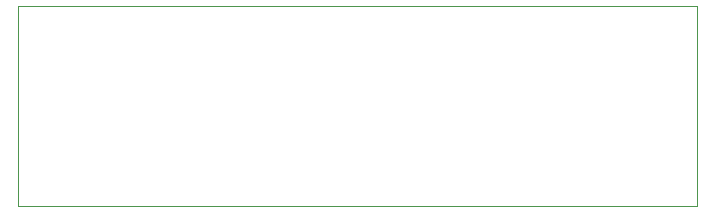
<source format=gbr>
%TF.GenerationSoftware,KiCad,Pcbnew,(6.0.8-1)-1*%
%TF.CreationDate,2024-02-23T21:37:45-06:00*%
%TF.ProjectId,RGB LED Interface,52474220-4c45-4442-9049-6e7465726661,rev?*%
%TF.SameCoordinates,Original*%
%TF.FileFunction,Profile,NP*%
%FSLAX46Y46*%
G04 Gerber Fmt 4.6, Leading zero omitted, Abs format (unit mm)*
G04 Created by KiCad (PCBNEW (6.0.8-1)-1) date 2024-02-23 21:37:45*
%MOMM*%
%LPD*%
G01*
G04 APERTURE LIST*
%TA.AperFunction,Profile*%
%ADD10C,0.100000*%
%TD*%
G04 APERTURE END LIST*
D10*
X155000000Y-83000000D02*
X97500000Y-83000000D01*
X97500000Y-83000000D02*
X97500000Y-66000000D01*
X97500000Y-66000000D02*
X155000000Y-66000000D01*
X155000000Y-66000000D02*
X155000000Y-83000000D01*
M02*

</source>
